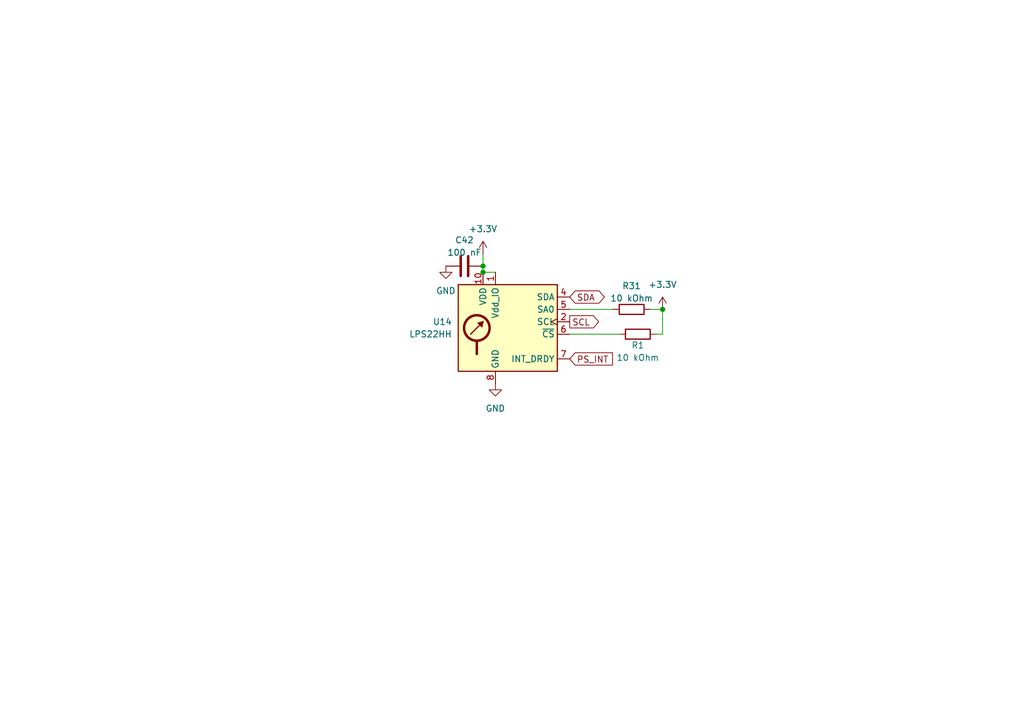
<source format=kicad_sch>
(kicad_sch (version 20250114) (generator "eeschema") (generator_version "9.0")
  (paper "A5")
  (lib_symbols
    (symbol "Device:C" (pin_numbers (hide yes)) (pin_names (offset 0.254))
      (property "Reference" "C" (at 0.635 2.54 0))
      (property "Value" "C" (at 0.635 -2.54 0))
      (symbol "C_0_1"
        (polyline (pts (xy -2.032 0.762) (xy 2.032 0.762)) (stroke (width 0.508)))
        (polyline (pts (xy -2.032 -0.762) (xy 2.032 -0.762)) (stroke (width 0.508)))
      )
      (symbol "C_1_1"
        (pin passive line (at 0 3.81 270) (length 2.794) (name "~") (number "1"))
        (pin passive line (at 0 -3.81 90) (length 2.794) (name "~") (number "2"))
      )
    )
    (symbol "Device:R" (pin_numbers (hide yes)) (pin_names (offset 0))
      (property "Reference" "R" (at 2.032 0 90))
      (property "Value" "R" (at 0 0 90))
      (symbol "R_0_1"
        (rectangle (start -1.016 -2.54) (end 1.016 2.54) (stroke (width 0.254)))
      )
      (symbol "R_1_1"
        (pin passive line (at 0 3.81 270) (length 1.27) (name "~") (number "1"))
        (pin passive line (at 0 -3.81 90) (length 1.27) (name "~") (number "2"))
      )
    )
    (symbol "Sensor_Pressure:LPS22HH"
      (property "Reference" "U" (at -11.43 1.27 0))
      (property "Value" "LPS22HH" (at -11.43 -1.27 0))
      (symbol "LPS22HH_0_1"
        (rectangle (start -10.16 10.16) (end 10.16 -7.62) (stroke (width 0.254)) (fill (type background)))
        (polyline (pts (xy -7.62 0) (xy -5.08 2.54)) (stroke (width 0.254)))
        (circle (center -6.35 1.27) (radius 2.6162) (stroke (width 0.508)))
        (polyline (pts (xy -6.35 -1.524) (xy -6.35 -4.064)) (stroke (width 0.508)))
        (polyline (pts (xy -5.08 2.54) (xy -5.334 1.524) (xy -6.096 2.286) (xy -5.08 2.54)) (stroke (width 0.254)) (fill (type outline)))
      )
      (symbol "LPS22HH_1_1"
        (pin power_in line (at -5.08 12.7 270) (length 2.54) (name "VDD") (number "10"))
        (pin power_in line (at -2.54 12.7 270) (length 2.54) (name "Vdd_IO") (number "1"))
        (pin passive line (at -2.54 -10.16 90) (length 2.54) (hide yes) (name "GND") (number "3"))
        (pin power_in line (at -2.54 -10.16 90) (length 2.54) (name "GND") (number "8"))
        (pin passive line (at -2.54 -10.16 90) (length 2.54) (hide yes) (name "GND") (number "9"))
        (pin bidirectional line (at 12.7 7.62 180) (length 2.54) (name "SDA") (number "4"))
        (pin input line (at 12.7 5.08 180) (length 2.54) (name "SA0") (number "5"))
        (pin input clock (at 12.7 2.54 180) (length 2.54) (name "SCL") (number "2"))
        (pin input line (at 12.7 0 180) (length 2.54) (name "~{CS}") (number "6"))
        (pin output line (at 12.7 -5.08 180) (length 2.54) (name "INT_DRDY") (number "7"))
      )
    )
    (symbol "power:+3.3V" (power) (pin_numbers (hide yes)) (pin_names (offset 0) (hide yes))
      (property "Value" "+3.3V" (at 0 3.556 0))
      (symbol "+3.3V_0_1"
        (polyline (pts (xy -0.762 1.27) (xy 0 2.54)))
        (polyline (pts (xy 0 2.54) (xy 0.762 1.27)))
        (polyline (pts (xy 0 0) (xy 0 2.54)))
      )
      (symbol "+3.3V_1_1"
        (pin power_in line (at 0 0 90) (length 0) (name "~") (number "1"))
      )
    )
    (symbol "power:GND" (power) (pin_numbers (hide yes)) (pin_names (offset 0) (hide yes))
      (property "Value" "GND" (at 0 -3.81 0))
      (symbol "GND_0_1"
        (polyline (pts (xy 0 0) (xy 0 -1.27) (xy 1.27 -1.27) (xy 0 -2.54) (xy -1.27 -1.27) (xy 0 -1.27)))
      )
      (symbol "GND_1_1"
        (pin power_in line (at 0 0 270) (length 0) (name "~") (number "1"))
      )
    )
  )
  (junction (at 99.06 55.88))
  (junction (at 99.06 54.61))
  (junction (at 135.89 63.5))
  (wire (pts (xy 99.06 55.88) (xy 101.6 55.88)))
  (wire (pts (xy 125.73 63.5) (xy 116.84 63.5)))
  (wire (pts (xy 135.89 63.5) (xy 133.35 63.5)))
  (wire (pts (xy 99.06 54.61) (xy 99.06 55.88)))
  (wire (pts (xy 127 68.58) (xy 116.84 68.58)))
  (wire (pts (xy 99.06 52.07) (xy 99.06 54.61)))
  (wire (pts (xy 135.89 63.5) (xy 135.89 68.58)))
  (wire (pts (xy 135.89 68.58) (xy 134.62 68.58)))
  (global_label "PS_INT" (shape input) (at 116.84 73.66 0) (property "Intersheetrefs" "${INTERSHEET_REFS}" (effects (hide yes))))
  (global_label "SCL" (shape output) (at 116.84 66.04 0) (property "Intersheetrefs" "${INTERSHEET_REFS}" (effects (hide yes))))
  (global_label "SDA" (shape bidirectional) (at 116.84 60.96 0) (property "Intersheetrefs" "${INTERSHEET_REFS}" (effects (hide yes))))
  (symbol (lib_id "Device:C") (at 95.25 54.61 90) (unit 1)
    (property "Reference" "C42" (at 95.25 49.276 90))
    (property "Value" "100 nF" (at 95.25 51.816 90))
    (property "Footprint" "Capacitor_SMD:C_0603_1608Metric" (effects (hide yes)))
    (property "Description" "Unpolarized capacitor" (effects (hide yes)))
  )
  (symbol (lib_id "power:GND") (at 101.6 78.74 0) (unit 1)
    (property "Reference" "#PWR0106" (effects (hide yes)))
    (property "Value" "GND" (at 101.6 83.82 0))
    (property "Description" "Power symbol creates a global label with name \"GND\" , ground" (effects (hide yes)))
  )
  (symbol (lib_id "power:+3.3V") (at 99.06 52.07 0) (unit 1)
    (property "Reference" "#PWR0105" (effects (hide yes)))
    (property "Value" "+3.3V" (at 99.06 46.99 0))
    (property "Description" "Power symbol creates a global label with name \"+3.3V\"" (effects (hide yes)))
  )
  (symbol (lib_id "Device:R") (at 129.54 63.5 90) (unit 1)
    (property "Reference" "R31" (at 129.54 58.674 90))
    (property "Value" "10 kOhm" (at 129.54 61.214 90))
    (property "Footprint" "Resistor_SMD:R_0603_1608Metric" (effects (hide yes)))
    (property "Description" "Resistor" (effects (hide yes)))
  )
  (symbol (lib_id "power:GND") (at 91.44 54.61 0) (unit 1)
    (property "Reference" "#PWR0104" (effects (hide yes)))
    (property "Value" "GND" (at 91.44 59.69 0))
    (property "Description" "Power symbol creates a global label with name \"GND\" , ground" (effects (hide yes)))
  )
  (symbol (lib_id "Device:R") (at 130.81 68.58 90) (unit 1)
    (property "Reference" "R1" (at 130.81 70.866 90))
    (property "Value" "10 kOhm" (at 130.81 73.406 90))
    (property "Footprint" "Resistor_SMD:R_0603_1608Metric" (effects (hide yes)))
    (property "Description" "Resistor" (effects (hide yes)))
  )
  (symbol (lib_id "power:+3.3V") (at 135.89 63.5 0) (unit 1)
    (property "Reference" "#PWR017" (effects (hide yes)))
    (property "Value" "+3.3V" (at 135.89 58.42 0))
    (property "Description" "Power symbol creates a global label with name \"+3.3V\"" (effects (hide yes)))
  )
  (symbol (lib_id "Sensor_Pressure:LPS22HH") (at 104.14 68.58 0) (unit 1)
    (property "Reference" "U14" (at 92.71 66.0399 0) (effects (justify right)))
    (property "Value" "LPS22HH" (at 92.71 68.5799 0) (effects (justify right)))
    (property "Footprint" "Package_LGA:ST_HLGA-10_2x2mm_P0.5mm_LayoutBorder3x2y" (effects (hide yes)))
    (property "Datasheet" "https://www.st.com/resource/en/datasheet/lps22hh.pdf" (effects (hide yes)))
    (property "Description" "MEMS nano pressure sensor, 260-1260 hPa, absolute digital output baromeeter, 24 bit, SPI, I2C, I3C, 0.65 Pa noise rms, ST_HLGA-10L" (effects (hide yes)))
  )
)
</source>
